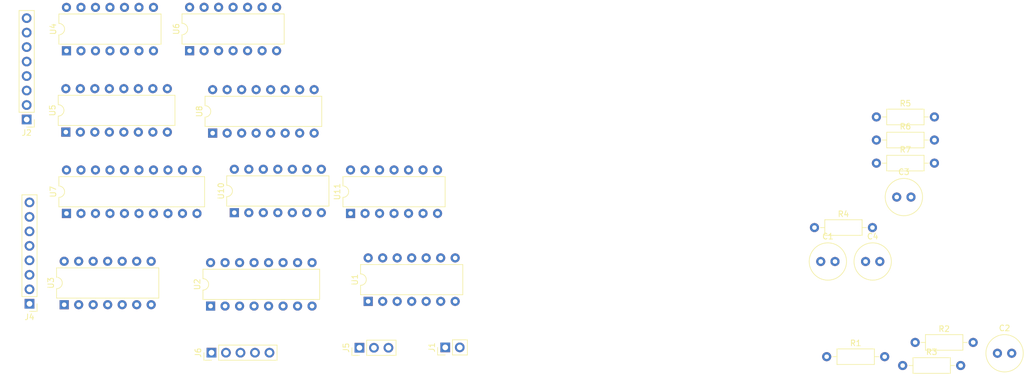
<source format=kicad_pcb>
(kicad_pcb (version 20171130) (host pcbnew "(5.1.9-0-10_14)")
  (layers (0 F.Cu signal) (1 In1.Cu signal) (2 In2.Cu signal hide) (31 B.Cu signal) (34 B.Paste user) (35 F.Paste user) (36 B.SilkS user) (37 F.SilkS user) (38 B.Mask user) (39 F.Mask user) (44 Edge.Cuts user))
  (net 0 "")
  (net 1 GND)
  (net 2 VCC)
  (net 3 /AND_OUT)
  (net 4 /Y1)
  (net 5 /Y2)
  (net 6 /Y3)
  (net 7 /Y4)
  (net 8 /Y5)
  (net 9 /Y6)
  (net 10 /Y7)
  (net 11 /Y8)
  (net 12 /OR_OUT)
  (net 13 /XOR_OUT)
  (net 14 /PASS)
  (net 15 /ALU_OUT8)
  (net 16 /ALU_OUT7)
  (net 17 /ALU_OUT6)
  (net 18 /ALU_OUT5)
  (net 19 /ALU_OUT4)
  (net 20 /ALU_OUT3)
  (net 21 /ALU_OUT2)
  (net 22 /ALU_OUT1)
  (net 23 /ZE)
  (net 24 /NEG)
  (net 25 /CARRY_OUT)
  (net 26 /ALU_EN)
  (net 27 /INVERT)
  (net 28 /F2)
  (net 29 /F1)
  (net 30 /F0)
  (net 31 "Net-(R1-Pad2)")
  (net 32 "Net-(R2-Pad2)")
  (net 33 "Net-(R3-Pad2)")
  (net 34 "Net-(R4-Pad2)")
  (net 35 "Net-(R5-Pad2)")
  (net 36 "Net-(R6-Pad2)")
  (net 37 "Net-(R7-Pad2)")
  (net 38 "Net-(U1-Pad13)")
  (net 39 "Net-(U1-Pad12)")
  (net 40 /EQ)
  (net 41 "Net-(U1-Pad11)")
  (net 42 /SUB)
  (net 43 /SUM_HIGH_BIT)
  (net 44 "Net-(U1-Pad8)")
  (net 45 "Net-(U2-Pad15)")
  (net 46 "Net-(U2-Pad14)")
  (net 47 /SHL)
  (net 48 /SHR)
  (net 49 "Net-(U3-Pad11)")
  (net 50 "Net-(U11-Pad3)")
  (net 51 /SUM_OUT)
  (net 52 "Net-(U11-Pad6)")
  (net 53 "Net-(U4-Pad12)")
  (net 54 "Net-(U4-Pad4)")
  (net 55 "Net-(U4-Pad10)")
  (net 56 "Net-(U4-Pad2)")
  (net 57 "Net-(U4-Pad8)")
  (net 58 "Net-(U5-Pad7)")
  (net 59 "Net-(U5-Pad6)")
  (net 60 "Net-(U5-Pad12)")
  (net 61 "Net-(U5-Pad4)")
  (net 62 "Net-(U5-Pad9)")
  (net 63 "Net-(U6-Pad12)")
  (net 64 "Net-(U6-Pad4)")
  (net 65 "Net-(U6-Pad10)")
  (net 66 "Net-(U6-Pad2)")
  (net 67 "Net-(U6-Pad8)")
  (net 68 "Net-(U7-Pad14)")
  (net 69 "Net-(U7-Pad13)")
  (net 70 "Net-(U7-Pad12)")
  (net 71 "Net-(U7-Pad11)")
  (net 72 "Net-(U10-Pad13)")
  (net 73 /SUM6)
  (net 74 /SUM2)
  (net 75 /SUM5)
  (net 76 /SUM1)
  (net 77 "Net-(U10-Pad4)")
  (net 78 "Net-(U10-Pad10)")
  (net 79 /SUM8)
  (net 80 /SUM4)
  (net 81 /SUM7)
  (net 82 /SUM3)
  (net 83 "Net-(U10-Pad1)")
  (module Connector_PinHeader_2.54mm:PinHeader_1x08_P2.54mm_Vertical (layer F.Cu) (at 98.44024 44.80052 180)
    (fp_text reference J2 (at 0 -2.33) (layer F.SilkS))
    (fp_text value Conn_01x08)
    (fp_line (start -1.33 19.11) (end 1.33 19.11) (layer F.SilkS) (width 0.12))
    (fp_line (start -1.33 1.27) (end -1.33 19.11) (layer F.SilkS) (width 0.12))
    (fp_line (start 1.33 1.27) (end 1.33 19.11) (layer F.SilkS) (width 0.12))
    (fp_line (start -1.33 1.27) (end 1.33 1.27) (layer F.SilkS) (width 0.12))
    (fp_line (start -1.33 0) (end -1.33 -1.33) (layer F.SilkS) (width 0.12))
    (fp_line (start -1.33 -1.33) (end 0 -1.33) (layer F.SilkS) (width 0.12))
    (pad 8 thru_hole oval (at 0 17.78 180) (size 1.7 1.7) (drill 1) (layers *.Cu *.Mask) (net 4 /Y1))
    (pad 7 thru_hole oval (at 0 15.24 180) (size 1.7 1.7) (drill 1) (layers *.Cu *.Mask) (net 5 /Y2))
    (pad 6 thru_hole oval (at 0 12.7 180) (size 1.7 1.7) (drill 1) (layers *.Cu *.Mask) (net 6 /Y3))
    (pad 5 thru_hole oval (at 0 10.16 180) (size 1.7 1.7) (drill 1) (layers *.Cu *.Mask) (net 7 /Y4))
    (pad 4 thru_hole oval (at 0 7.62 180) (size 1.7 1.7) (drill 1) (layers *.Cu *.Mask) (net 8 /Y5))
    (pad 3 thru_hole oval (at 0 5.08 180) (size 1.7 1.7) (drill 1) (layers *.Cu *.Mask) (net 9 /Y6))
    (pad 2 thru_hole oval (at 0 2.54 180) (size 1.7 1.7) (drill 1) (layers *.Cu *.Mask) (net 10 /Y7))
    (pad 1 thru_hole rect (at 0 0 180) (size 1.7 1.7) (drill 1) (layers *.Cu *.Mask) (net 11 /Y8))
  )
  (module Package_DIP:DIP-14_W7.62mm (layer F.Cu) (at 155.16352 61.26988 90)
    (fp_text reference U11 (at 3.81 -2.33 90) (layer F.SilkS))
    (fp_text value 74LS08)
    (fp_arc (start 3.81 -1.33) (end 2.81 -1.33) (angle -180) (layer F.SilkS) (width 0.12))
    (fp_line (start 2.81 -1.33) (end 1.16 -1.33) (layer F.SilkS) (width 0.12))
    (fp_line (start 1.16 -1.33) (end 1.16 16.57) (layer F.SilkS) (width 0.12))
    (fp_line (start 1.16 16.57) (end 6.46 16.57) (layer F.SilkS) (width 0.12))
    (fp_line (start 6.46 16.57) (end 6.46 -1.33) (layer F.SilkS) (width 0.12))
    (fp_line (start 6.46 -1.33) (end 4.81 -1.33) (layer F.SilkS) (width 0.12))
    (pad 14 thru_hole oval (at 7.62 0 90) (size 1.6 1.6) (drill 0.8) (layers *.Cu *.Mask) (net 2 VCC))
    (pad 7 thru_hole oval (at 0 15.24 90) (size 1.6 1.6) (drill 0.8) (layers *.Cu *.Mask) (net 1 GND))
    (pad 13 thru_hole oval (at 7.62 2.54 90) (size 1.6 1.6) (drill 0.8) (layers *.Cu *.Mask))
    (pad 6 thru_hole oval (at 0 12.7 90) (size 1.6 1.6) (drill 0.8) (layers *.Cu *.Mask) (net 52 "Net-(U11-Pad6)"))
    (pad 12 thru_hole oval (at 7.62 5.08 90) (size 1.6 1.6) (drill 0.8) (layers *.Cu *.Mask))
    (pad 5 thru_hole oval (at 0 10.16 90) (size 1.6 1.6) (drill 0.8) (layers *.Cu *.Mask) (net 78 "Net-(U10-Pad10)"))
    (pad 11 thru_hole oval (at 7.62 7.62 90) (size 1.6 1.6) (drill 0.8) (layers *.Cu *.Mask))
    (pad 4 thru_hole oval (at 0 7.62 90) (size 1.6 1.6) (drill 0.8) (layers *.Cu *.Mask) (net 72 "Net-(U10-Pad13)"))
    (pad 10 thru_hole oval (at 7.62 10.16 90) (size 1.6 1.6) (drill 0.8) (layers *.Cu *.Mask))
    (pad 3 thru_hole oval (at 0 5.08 90) (size 1.6 1.6) (drill 0.8) (layers *.Cu *.Mask) (net 50 "Net-(U11-Pad3)"))
    (pad 9 thru_hole oval (at 7.62 12.7 90) (size 1.6 1.6) (drill 0.8) (layers *.Cu *.Mask))
    (pad 2 thru_hole oval (at 0 2.54 90) (size 1.6 1.6) (drill 0.8) (layers *.Cu *.Mask) (net 83 "Net-(U10-Pad1)"))
    (pad 8 thru_hole oval (at 7.62 15.24 90) (size 1.6 1.6) (drill 0.8) (layers *.Cu *.Mask))
    (pad 1 thru_hole rect (at 0 0 90) (size 1.6 1.6) (drill 0.8) (layers *.Cu *.Mask) (net 77 "Net-(U10-Pad4)"))
  )
  (module Package_DIP:DIP-14_W7.62mm (layer F.Cu) (at 134.80796 61.14288 90)
    (fp_text reference U10 (at 3.81 -2.33 90) (layer F.SilkS))
    (fp_text value 74LS02)
    (fp_arc (start 3.81 -1.33) (end 2.81 -1.33) (angle -180) (layer F.SilkS) (width 0.12))
    (fp_line (start 2.81 -1.33) (end 1.16 -1.33) (layer F.SilkS) (width 0.12))
    (fp_line (start 1.16 -1.33) (end 1.16 16.57) (layer F.SilkS) (width 0.12))
    (fp_line (start 1.16 16.57) (end 6.46 16.57) (layer F.SilkS) (width 0.12))
    (fp_line (start 6.46 16.57) (end 6.46 -1.33) (layer F.SilkS) (width 0.12))
    (fp_line (start 6.46 -1.33) (end 4.81 -1.33) (layer F.SilkS) (width 0.12))
    (pad 14 thru_hole oval (at 7.62 0 90) (size 1.6 1.6) (drill 0.8) (layers *.Cu *.Mask) (net 2 VCC))
    (pad 7 thru_hole oval (at 0 15.24 90) (size 1.6 1.6) (drill 0.8) (layers *.Cu *.Mask) (net 1 GND))
    (pad 13 thru_hole oval (at 7.62 2.54 90) (size 1.6 1.6) (drill 0.8) (layers *.Cu *.Mask) (net 72 "Net-(U10-Pad13)"))
    (pad 6 thru_hole oval (at 0 12.7 90) (size 1.6 1.6) (drill 0.8) (layers *.Cu *.Mask) (net 73 /SUM6))
    (pad 12 thru_hole oval (at 7.62 5.08 90) (size 1.6 1.6) (drill 0.8) (layers *.Cu *.Mask) (net 74 /SUM2))
    (pad 5 thru_hole oval (at 0 10.16 90) (size 1.6 1.6) (drill 0.8) (layers *.Cu *.Mask) (net 75 /SUM5))
    (pad 11 thru_hole oval (at 7.62 7.62 90) (size 1.6 1.6) (drill 0.8) (layers *.Cu *.Mask) (net 76 /SUM1))
    (pad 4 thru_hole oval (at 0 7.62 90) (size 1.6 1.6) (drill 0.8) (layers *.Cu *.Mask) (net 77 "Net-(U10-Pad4)"))
    (pad 10 thru_hole oval (at 7.62 10.16 90) (size 1.6 1.6) (drill 0.8) (layers *.Cu *.Mask) (net 78 "Net-(U10-Pad10)"))
    (pad 3 thru_hole oval (at 0 5.08 90) (size 1.6 1.6) (drill 0.8) (layers *.Cu *.Mask) (net 79 /SUM8))
    (pad 9 thru_hole oval (at 7.62 12.7 90) (size 1.6 1.6) (drill 0.8) (layers *.Cu *.Mask) (net 80 /SUM4))
    (pad 2 thru_hole oval (at 0 2.54 90) (size 1.6 1.6) (drill 0.8) (layers *.Cu *.Mask) (net 81 /SUM7))
    (pad 8 thru_hole oval (at 7.62 15.24 90) (size 1.6 1.6) (drill 0.8) (layers *.Cu *.Mask) (net 82 /SUM3))
    (pad 1 thru_hole rect (at 0 0 90) (size 1.6 1.6) (drill 0.8) (layers *.Cu *.Mask) (net 83 "Net-(U10-Pad1)"))
  )
  (module Package_DIP:DIP-16_W7.62mm (layer F.Cu) (at 131.0116 47.1848 90)
    (fp_text reference U8 (at 3.81 -2.33 90) (layer F.SilkS))
    (fp_text value 74LS157)
    (fp_arc (start 3.81 -1.33) (end 2.81 -1.33) (angle -180) (layer F.SilkS) (width 0.12))
    (fp_line (start 2.81 -1.33) (end 1.16 -1.33) (layer F.SilkS) (width 0.12))
    (fp_line (start 1.16 -1.33) (end 1.16 19.11) (layer F.SilkS) (width 0.12))
    (fp_line (start 1.16 19.11) (end 6.46 19.11) (layer F.SilkS) (width 0.12))
    (fp_line (start 6.46 19.11) (end 6.46 -1.33) (layer F.SilkS) (width 0.12))
    (fp_line (start 6.46 -1.33) (end 4.81 -1.33) (layer F.SilkS) (width 0.12))
    (pad 16 thru_hole oval (at 7.62 0 90) (size 1.6 1.6) (drill 0.8) (layers *.Cu *.Mask) (net 2 VCC))
    (pad 8 thru_hole oval (at 0 17.78 90) (size 1.6 1.6) (drill 0.8) (layers *.Cu *.Mask) (net 1 GND))
    (pad 15 thru_hole oval (at 7.62 2.54 90) (size 1.6 1.6) (drill 0.8) (layers *.Cu *.Mask) (net 1 GND))
    (pad 7 thru_hole oval (at 0 15.24 90) (size 1.6 1.6) (drill 0.8) (layers *.Cu *.Mask) (net 70 "Net-(U7-Pad12)"))
    (pad 14 thru_hole oval (at 7.62 5.08 90) (size 1.6 1.6) (drill 0.8) (layers *.Cu *.Mask) (net 55 "Net-(U4-Pad10)"))
    (pad 6 thru_hole oval (at 0 12.7 90) (size 1.6 1.6) (drill 0.8) (layers *.Cu *.Mask) (net 5 /Y2))
    (pad 13 thru_hole oval (at 7.62 7.62 90) (size 1.6 1.6) (drill 0.8) (layers *.Cu *.Mask) (net 7 /Y4))
    (pad 5 thru_hole oval (at 0 10.16 90) (size 1.6 1.6) (drill 0.8) (layers *.Cu *.Mask) (net 66 "Net-(U6-Pad2)"))
    (pad 12 thru_hole oval (at 7.62 10.16 90) (size 1.6 1.6) (drill 0.8) (layers *.Cu *.Mask) (net 68 "Net-(U7-Pad14)"))
    (pad 4 thru_hole oval (at 0 7.62 90) (size 1.6 1.6) (drill 0.8) (layers *.Cu *.Mask) (net 71 "Net-(U7-Pad11)"))
    (pad 11 thru_hole oval (at 7.62 12.7 90) (size 1.6 1.6) (drill 0.8) (layers *.Cu *.Mask) (net 53 "Net-(U4-Pad12)"))
    (pad 3 thru_hole oval (at 0 5.08 90) (size 1.6 1.6) (drill 0.8) (layers *.Cu *.Mask) (net 4 /Y1))
    (pad 10 thru_hole oval (at 7.62 15.24 90) (size 1.6 1.6) (drill 0.8) (layers *.Cu *.Mask) (net 6 /Y3))
    (pad 2 thru_hole oval (at 0 2.54 90) (size 1.6 1.6) (drill 0.8) (layers *.Cu *.Mask) (net 64 "Net-(U6-Pad4)"))
    (pad 9 thru_hole oval (at 7.62 17.78 90) (size 1.6 1.6) (drill 0.8) (layers *.Cu *.Mask) (net 69 "Net-(U7-Pad13)"))
    (pad 1 thru_hole rect (at 0 0 90) (size 1.6 1.6) (drill 0.8) (layers *.Cu *.Mask) (net 27 /INVERT))
  )
  (module Package_DIP:DIP-20_W7.62mm (layer F.Cu) (at 105.41 61.27496 90)
    (fp_text reference U7 (at 3.81 -2.33 90) (layer F.SilkS))
    (fp_text value 74LS245)
    (fp_arc (start 3.81 -1.33) (end 2.81 -1.33) (angle -180) (layer F.SilkS) (width 0.12))
    (fp_line (start 2.81 -1.33) (end 1.16 -1.33) (layer F.SilkS) (width 0.12))
    (fp_line (start 1.16 -1.33) (end 1.16 24.19) (layer F.SilkS) (width 0.12))
    (fp_line (start 1.16 24.19) (end 6.46 24.19) (layer F.SilkS) (width 0.12))
    (fp_line (start 6.46 24.19) (end 6.46 -1.33) (layer F.SilkS) (width 0.12))
    (fp_line (start 6.46 -1.33) (end 4.81 -1.33) (layer F.SilkS) (width 0.12))
    (pad 20 thru_hole oval (at 7.62 0 90) (size 1.6 1.6) (drill 0.8) (layers *.Cu *.Mask) (net 2 VCC))
    (pad 10 thru_hole oval (at 0 22.86 90) (size 1.6 1.6) (drill 0.8) (layers *.Cu *.Mask) (net 1 GND))
    (pad 19 thru_hole oval (at 7.62 2.54 90) (size 1.6 1.6) (drill 0.8) (layers *.Cu *.Mask) (net 26 /ALU_EN))
    (pad 9 thru_hole oval (at 0 20.32 90) (size 1.6 1.6) (drill 0.8) (layers *.Cu *.Mask) (net 22 /ALU_OUT1))
    (pad 18 thru_hole oval (at 7.62 5.08 90) (size 1.6 1.6) (drill 0.8) (layers *.Cu *.Mask) (net 60 "Net-(U5-Pad12)"))
    (pad 8 thru_hole oval (at 0 17.78 90) (size 1.6 1.6) (drill 0.8) (layers *.Cu *.Mask) (net 21 /ALU_OUT2))
    (pad 17 thru_hole oval (at 7.62 7.62 90) (size 1.6 1.6) (drill 0.8) (layers *.Cu *.Mask) (net 62 "Net-(U5-Pad9)"))
    (pad 7 thru_hole oval (at 0 15.24 90) (size 1.6 1.6) (drill 0.8) (layers *.Cu *.Mask) (net 20 /ALU_OUT3))
    (pad 16 thru_hole oval (at 7.62 10.16 90) (size 1.6 1.6) (drill 0.8) (layers *.Cu *.Mask) (net 58 "Net-(U5-Pad7)"))
    (pad 6 thru_hole oval (at 0 12.7 90) (size 1.6 1.6) (drill 0.8) (layers *.Cu *.Mask) (net 19 /ALU_OUT4))
    (pad 15 thru_hole oval (at 7.62 12.7 90) (size 1.6 1.6) (drill 0.8) (layers *.Cu *.Mask) (net 61 "Net-(U5-Pad4)"))
    (pad 5 thru_hole oval (at 0 10.16 90) (size 1.6 1.6) (drill 0.8) (layers *.Cu *.Mask) (net 18 /ALU_OUT5))
    (pad 14 thru_hole oval (at 7.62 15.24 90) (size 1.6 1.6) (drill 0.8) (layers *.Cu *.Mask) (net 68 "Net-(U7-Pad14)"))
    (pad 4 thru_hole oval (at 0 7.62 90) (size 1.6 1.6) (drill 0.8) (layers *.Cu *.Mask) (net 17 /ALU_OUT6))
    (pad 13 thru_hole oval (at 7.62 17.78 90) (size 1.6 1.6) (drill 0.8) (layers *.Cu *.Mask) (net 69 "Net-(U7-Pad13)"))
    (pad 3 thru_hole oval (at 0 5.08 90) (size 1.6 1.6) (drill 0.8) (layers *.Cu *.Mask) (net 16 /ALU_OUT7))
    (pad 12 thru_hole oval (at 7.62 20.32 90) (size 1.6 1.6) (drill 0.8) (layers *.Cu *.Mask) (net 70 "Net-(U7-Pad12)"))
    (pad 2 thru_hole oval (at 0 2.54 90) (size 1.6 1.6) (drill 0.8) (layers *.Cu *.Mask) (net 15 /ALU_OUT8))
    (pad 11 thru_hole oval (at 7.62 22.86 90) (size 1.6 1.6) (drill 0.8) (layers *.Cu *.Mask) (net 71 "Net-(U7-Pad11)"))
    (pad 1 thru_hole rect (at 0 0 90) (size 1.6 1.6) (drill 0.8) (layers *.Cu *.Mask) (net 1 GND))
  )
  (module Package_DIP:DIP-14_W7.62mm (layer F.Cu) (at 126.9746 32.7406 90)
    (fp_text reference U6 (at 3.81 -2.33 90) (layer F.SilkS))
    (fp_text value 74LS04)
    (fp_arc (start 3.81 -1.33) (end 2.81 -1.33) (angle -180) (layer F.SilkS) (width 0.12))
    (fp_line (start 2.81 -1.33) (end 1.16 -1.33) (layer F.SilkS) (width 0.12))
    (fp_line (start 1.16 -1.33) (end 1.16 16.57) (layer F.SilkS) (width 0.12))
    (fp_line (start 1.16 16.57) (end 6.46 16.57) (layer F.SilkS) (width 0.12))
    (fp_line (start 6.46 16.57) (end 6.46 -1.33) (layer F.SilkS) (width 0.12))
    (fp_line (start 6.46 -1.33) (end 4.81 -1.33) (layer F.SilkS) (width 0.12))
    (pad 14 thru_hole oval (at 7.62 0 90) (size 1.6 1.6) (drill 0.8) (layers *.Cu *.Mask) (net 2 VCC))
    (pad 7 thru_hole oval (at 0 15.24 90) (size 1.6 1.6) (drill 0.8) (layers *.Cu *.Mask) (net 1 GND))
    (pad 13 thru_hole oval (at 7.62 2.54 90) (size 1.6 1.6) (drill 0.8) (layers *.Cu *.Mask) (net 35 "Net-(R5-Pad2)"))
    (pad 6 thru_hole oval (at 0 12.7 90) (size 1.6 1.6) (drill 0.8) (layers *.Cu *.Mask) (net 59 "Net-(U5-Pad6)"))
    (pad 12 thru_hole oval (at 7.62 5.08 90) (size 1.6 1.6) (drill 0.8) (layers *.Cu *.Mask) (net 63 "Net-(U6-Pad12)"))
    (pad 5 thru_hole oval (at 0 10.16 90) (size 1.6 1.6) (drill 0.8) (layers *.Cu *.Mask) (net 9 /Y6))
    (pad 11 thru_hole oval (at 7.62 7.62 90) (size 1.6 1.6) (drill 0.8) (layers *.Cu *.Mask) (net 34 "Net-(R4-Pad2)"))
    (pad 4 thru_hole oval (at 0 7.62 90) (size 1.6 1.6) (drill 0.8) (layers *.Cu *.Mask) (net 64 "Net-(U6-Pad4)"))
    (pad 10 thru_hole oval (at 7.62 10.16 90) (size 1.6 1.6) (drill 0.8) (layers *.Cu *.Mask) (net 65 "Net-(U6-Pad10)"))
    (pad 3 thru_hole oval (at 0 5.08 90) (size 1.6 1.6) (drill 0.8) (layers *.Cu *.Mask) (net 4 /Y1))
    (pad 9 thru_hole oval (at 7.62 12.7 90) (size 1.6 1.6) (drill 0.8) (layers *.Cu *.Mask) (net 33 "Net-(R3-Pad2)"))
    (pad 2 thru_hole oval (at 0 2.54 90) (size 1.6 1.6) (drill 0.8) (layers *.Cu *.Mask) (net 66 "Net-(U6-Pad2)"))
    (pad 8 thru_hole oval (at 7.62 15.24 90) (size 1.6 1.6) (drill 0.8) (layers *.Cu *.Mask) (net 67 "Net-(U6-Pad8)"))
    (pad 1 thru_hole rect (at 0 0 90) (size 1.6 1.6) (drill 0.8) (layers *.Cu *.Mask) (net 5 /Y2))
  )
  (module Package_DIP:DIP-16_W7.62mm (layer F.Cu) (at 105.29824 47.01032 90)
    (fp_text reference U5 (at 3.81 -2.33 90) (layer F.SilkS))
    (fp_text value 74LS157)
    (fp_arc (start 3.81 -1.33) (end 2.81 -1.33) (angle -180) (layer F.SilkS) (width 0.12))
    (fp_line (start 2.81 -1.33) (end 1.16 -1.33) (layer F.SilkS) (width 0.12))
    (fp_line (start 1.16 -1.33) (end 1.16 19.11) (layer F.SilkS) (width 0.12))
    (fp_line (start 1.16 19.11) (end 6.46 19.11) (layer F.SilkS) (width 0.12))
    (fp_line (start 6.46 19.11) (end 6.46 -1.33) (layer F.SilkS) (width 0.12))
    (fp_line (start 6.46 -1.33) (end 4.81 -1.33) (layer F.SilkS) (width 0.12))
    (pad 16 thru_hole oval (at 7.62 0 90) (size 1.6 1.6) (drill 0.8) (layers *.Cu *.Mask) (net 2 VCC))
    (pad 8 thru_hole oval (at 0 17.78 90) (size 1.6 1.6) (drill 0.8) (layers *.Cu *.Mask) (net 1 GND))
    (pad 15 thru_hole oval (at 7.62 2.54 90) (size 1.6 1.6) (drill 0.8) (layers *.Cu *.Mask) (net 1 GND))
    (pad 7 thru_hole oval (at 0 15.24 90) (size 1.6 1.6) (drill 0.8) (layers *.Cu *.Mask) (net 58 "Net-(U5-Pad7)"))
    (pad 14 thru_hole oval (at 7.62 5.08 90) (size 1.6 1.6) (drill 0.8) (layers *.Cu *.Mask) (net 11 /Y8))
    (pad 6 thru_hole oval (at 0 12.7 90) (size 1.6 1.6) (drill 0.8) (layers *.Cu *.Mask) (net 59 "Net-(U5-Pad6)"))
    (pad 13 thru_hole oval (at 7.62 7.62 90) (size 1.6 1.6) (drill 0.8) (layers *.Cu *.Mask) (net 56 "Net-(U4-Pad2)"))
    (pad 5 thru_hole oval (at 0 10.16 90) (size 1.6 1.6) (drill 0.8) (layers *.Cu *.Mask) (net 9 /Y6))
    (pad 12 thru_hole oval (at 7.62 10.16 90) (size 1.6 1.6) (drill 0.8) (layers *.Cu *.Mask) (net 60 "Net-(U5-Pad12)"))
    (pad 4 thru_hole oval (at 0 7.62 90) (size 1.6 1.6) (drill 0.8) (layers *.Cu *.Mask) (net 61 "Net-(U5-Pad4)"))
    (pad 11 thru_hole oval (at 7.62 12.7 90) (size 1.6 1.6) (drill 0.8) (layers *.Cu *.Mask) (net 10 /Y7))
    (pad 3 thru_hole oval (at 0 5.08 90) (size 1.6 1.6) (drill 0.8) (layers *.Cu *.Mask) (net 57 "Net-(U4-Pad8)"))
    (pad 10 thru_hole oval (at 7.62 15.24 90) (size 1.6 1.6) (drill 0.8) (layers *.Cu *.Mask) (net 54 "Net-(U4-Pad4)"))
    (pad 2 thru_hole oval (at 0 2.54 90) (size 1.6 1.6) (drill 0.8) (layers *.Cu *.Mask) (net 8 /Y5))
    (pad 9 thru_hole oval (at 7.62 17.78 90) (size 1.6 1.6) (drill 0.8) (layers *.Cu *.Mask) (net 62 "Net-(U5-Pad9)"))
    (pad 1 thru_hole rect (at 0 0 90) (size 1.6 1.6) (drill 0.8) (layers *.Cu *.Mask) (net 27 /INVERT))
  )
  (module Package_DIP:DIP-14_W7.62mm (layer F.Cu) (at 105.41 32.75584 90)
    (fp_text reference U4 (at 3.81 -2.33 90) (layer F.SilkS))
    (fp_text value 74LS04)
    (fp_arc (start 3.81 -1.33) (end 2.81 -1.33) (angle -180) (layer F.SilkS) (width 0.12))
    (fp_line (start 2.81 -1.33) (end 1.16 -1.33) (layer F.SilkS) (width 0.12))
    (fp_line (start 1.16 -1.33) (end 1.16 16.57) (layer F.SilkS) (width 0.12))
    (fp_line (start 1.16 16.57) (end 6.46 16.57) (layer F.SilkS) (width 0.12))
    (fp_line (start 6.46 16.57) (end 6.46 -1.33) (layer F.SilkS) (width 0.12))
    (fp_line (start 6.46 -1.33) (end 4.81 -1.33) (layer F.SilkS) (width 0.12))
    (pad 14 thru_hole oval (at 7.62 0 90) (size 1.6 1.6) (drill 0.8) (layers *.Cu *.Mask) (net 2 VCC))
    (pad 7 thru_hole oval (at 0 15.24 90) (size 1.6 1.6) (drill 0.8) (layers *.Cu *.Mask) (net 1 GND))
    (pad 13 thru_hole oval (at 7.62 2.54 90) (size 1.6 1.6) (drill 0.8) (layers *.Cu *.Mask) (net 6 /Y3))
    (pad 6 thru_hole oval (at 0 12.7 90) (size 1.6 1.6) (drill 0.8) (layers *.Cu *.Mask) (net 42 /SUB))
    (pad 12 thru_hole oval (at 7.62 5.08 90) (size 1.6 1.6) (drill 0.8) (layers *.Cu *.Mask) (net 53 "Net-(U4-Pad12)"))
    (pad 5 thru_hole oval (at 0 10.16 90) (size 1.6 1.6) (drill 0.8) (layers *.Cu *.Mask) (net 46 "Net-(U2-Pad14)"))
    (pad 11 thru_hole oval (at 7.62 7.62 90) (size 1.6 1.6) (drill 0.8) (layers *.Cu *.Mask) (net 7 /Y4))
    (pad 4 thru_hole oval (at 0 7.62 90) (size 1.6 1.6) (drill 0.8) (layers *.Cu *.Mask) (net 54 "Net-(U4-Pad4)"))
    (pad 10 thru_hole oval (at 7.62 10.16 90) (size 1.6 1.6) (drill 0.8) (layers *.Cu *.Mask) (net 55 "Net-(U4-Pad10)"))
    (pad 3 thru_hole oval (at 0 5.08 90) (size 1.6 1.6) (drill 0.8) (layers *.Cu *.Mask) (net 10 /Y7))
    (pad 9 thru_hole oval (at 7.62 12.7 90) (size 1.6 1.6) (drill 0.8) (layers *.Cu *.Mask) (net 8 /Y5))
    (pad 2 thru_hole oval (at 0 2.54 90) (size 1.6 1.6) (drill 0.8) (layers *.Cu *.Mask) (net 56 "Net-(U4-Pad2)"))
    (pad 8 thru_hole oval (at 7.62 15.24 90) (size 1.6 1.6) (drill 0.8) (layers *.Cu *.Mask) (net 57 "Net-(U4-Pad8)"))
    (pad 1 thru_hole rect (at 0 0 90) (size 1.6 1.6) (drill 0.8) (layers *.Cu *.Mask) (net 11 /Y8))
  )
  (module Package_DIP:DIP-14_W7.62mm (layer F.Cu) (at 105.00868 77.28204 90)
    (fp_text reference U3 (at 3.81 -2.33 90) (layer F.SilkS))
    (fp_text value 74LS08)
    (fp_arc (start 3.81 -1.33) (end 2.81 -1.33) (angle -180) (layer F.SilkS) (width 0.12))
    (fp_line (start 2.81 -1.33) (end 1.16 -1.33) (layer F.SilkS) (width 0.12))
    (fp_line (start 1.16 -1.33) (end 1.16 16.57) (layer F.SilkS) (width 0.12))
    (fp_line (start 1.16 16.57) (end 6.46 16.57) (layer F.SilkS) (width 0.12))
    (fp_line (start 6.46 16.57) (end 6.46 -1.33) (layer F.SilkS) (width 0.12))
    (fp_line (start 6.46 -1.33) (end 4.81 -1.33) (layer F.SilkS) (width 0.12))
    (pad 14 thru_hole oval (at 7.62 0 90) (size 1.6 1.6) (drill 0.8) (layers *.Cu *.Mask) (net 2 VCC))
    (pad 7 thru_hole oval (at 0 15.24 90) (size 1.6 1.6) (drill 0.8) (layers *.Cu *.Mask) (net 1 GND))
    (pad 13 thru_hole oval (at 7.62 2.54 90) (size 1.6 1.6) (drill 0.8) (layers *.Cu *.Mask) (net 36 "Net-(R6-Pad2)"))
    (pad 6 thru_hole oval (at 0 12.7 90) (size 1.6 1.6) (drill 0.8) (layers *.Cu *.Mask))
    (pad 12 thru_hole oval (at 7.62 5.08 90) (size 1.6 1.6) (drill 0.8) (layers *.Cu *.Mask) (net 37 "Net-(R7-Pad2)"))
    (pad 5 thru_hole oval (at 0 10.16 90) (size 1.6 1.6) (drill 0.8) (layers *.Cu *.Mask))
    (pad 11 thru_hole oval (at 7.62 7.62 90) (size 1.6 1.6) (drill 0.8) (layers *.Cu *.Mask) (net 49 "Net-(U3-Pad11)"))
    (pad 4 thru_hole oval (at 0 7.62 90) (size 1.6 1.6) (drill 0.8) (layers *.Cu *.Mask))
    (pad 10 thru_hole oval (at 7.62 10.16 90) (size 1.6 1.6) (drill 0.8) (layers *.Cu *.Mask) (net 50 "Net-(U11-Pad3)"))
    (pad 3 thru_hole oval (at 0 5.08 90) (size 1.6 1.6) (drill 0.8) (layers *.Cu *.Mask) (net 51 /SUM_OUT))
    (pad 9 thru_hole oval (at 7.62 12.7 90) (size 1.6 1.6) (drill 0.8) (layers *.Cu *.Mask) (net 52 "Net-(U11-Pad6)"))
    (pad 2 thru_hole oval (at 0 2.54 90) (size 1.6 1.6) (drill 0.8) (layers *.Cu *.Mask) (net 45 "Net-(U2-Pad15)"))
    (pad 8 thru_hole oval (at 7.62 15.24 90) (size 1.6 1.6) (drill 0.8) (layers *.Cu *.Mask) (net 40 /EQ))
    (pad 1 thru_hole rect (at 0 0 90) (size 1.6 1.6) (drill 0.8) (layers *.Cu *.Mask) (net 46 "Net-(U2-Pad14)"))
  )
  (module Package_DIP:DIP-16_W7.62mm (layer F.Cu) (at 130.64744 77.5208 90)
    (fp_text reference U2 (at 3.81 -2.33 90) (layer F.SilkS))
    (fp_text value 74LS138)
    (fp_arc (start 3.81 -1.33) (end 2.81 -1.33) (angle -180) (layer F.SilkS) (width 0.12))
    (fp_line (start 2.81 -1.33) (end 1.16 -1.33) (layer F.SilkS) (width 0.12))
    (fp_line (start 1.16 -1.33) (end 1.16 19.11) (layer F.SilkS) (width 0.12))
    (fp_line (start 1.16 19.11) (end 6.46 19.11) (layer F.SilkS) (width 0.12))
    (fp_line (start 6.46 19.11) (end 6.46 -1.33) (layer F.SilkS) (width 0.12))
    (fp_line (start 6.46 -1.33) (end 4.81 -1.33) (layer F.SilkS) (width 0.12))
    (pad 16 thru_hole oval (at 7.62 0 90) (size 1.6 1.6) (drill 0.8) (layers *.Cu *.Mask) (net 2 VCC))
    (pad 8 thru_hole oval (at 0 17.78 90) (size 1.6 1.6) (drill 0.8) (layers *.Cu *.Mask) (net 1 GND))
    (pad 15 thru_hole oval (at 7.62 2.54 90) (size 1.6 1.6) (drill 0.8) (layers *.Cu *.Mask) (net 45 "Net-(U2-Pad15)"))
    (pad 7 thru_hole oval (at 0 15.24 90) (size 1.6 1.6) (drill 0.8) (layers *.Cu *.Mask) (net 14 /PASS))
    (pad 14 thru_hole oval (at 7.62 5.08 90) (size 1.6 1.6) (drill 0.8) (layers *.Cu *.Mask) (net 46 "Net-(U2-Pad14)"))
    (pad 6 thru_hole oval (at 0 12.7 90) (size 1.6 1.6) (drill 0.8) (layers *.Cu *.Mask) (net 2 VCC))
    (pad 13 thru_hole oval (at 7.62 7.62 90) (size 1.6 1.6) (drill 0.8) (layers *.Cu *.Mask) (net 3 /AND_OUT))
    (pad 5 thru_hole oval (at 0 10.16 90) (size 1.6 1.6) (drill 0.8) (layers *.Cu *.Mask) (net 1 GND))
    (pad 12 thru_hole oval (at 7.62 10.16 90) (size 1.6 1.6) (drill 0.8) (layers *.Cu *.Mask) (net 12 /OR_OUT))
    (pad 4 thru_hole oval (at 0 7.62 90) (size 1.6 1.6) (drill 0.8) (layers *.Cu *.Mask) (net 1 GND))
    (pad 11 thru_hole oval (at 7.62 12.7 90) (size 1.6 1.6) (drill 0.8) (layers *.Cu *.Mask) (net 13 /XOR_OUT))
    (pad 3 thru_hole oval (at 0 5.08 90) (size 1.6 1.6) (drill 0.8) (layers *.Cu *.Mask) (net 28 /F2))
    (pad 10 thru_hole oval (at 7.62 15.24 90) (size 1.6 1.6) (drill 0.8) (layers *.Cu *.Mask) (net 47 /SHL))
    (pad 2 thru_hole oval (at 0 2.54 90) (size 1.6 1.6) (drill 0.8) (layers *.Cu *.Mask) (net 29 /F1))
    (pad 9 thru_hole oval (at 7.62 17.78 90) (size 1.6 1.6) (drill 0.8) (layers *.Cu *.Mask) (net 48 /SHR))
    (pad 1 thru_hole rect (at 0 0 90) (size 1.6 1.6) (drill 0.8) (layers *.Cu *.Mask) (net 30 /F0))
  )
  (module Package_DIP:DIP-14_W7.62mm (layer F.Cu) (at 158.25216 76.69276 90)
    (fp_text reference U1 (at 3.81 -2.33 90) (layer F.SilkS))
    (fp_text value 74LS08)
    (fp_arc (start 3.81 -1.33) (end 2.81 -1.33) (angle -180) (layer F.SilkS) (width 0.12))
    (fp_line (start 2.81 -1.33) (end 1.16 -1.33) (layer F.SilkS) (width 0.12))
    (fp_line (start 1.16 -1.33) (end 1.16 16.57) (layer F.SilkS) (width 0.12))
    (fp_line (start 1.16 16.57) (end 6.46 16.57) (layer F.SilkS) (width 0.12))
    (fp_line (start 6.46 16.57) (end 6.46 -1.33) (layer F.SilkS) (width 0.12))
    (fp_line (start 6.46 -1.33) (end 4.81 -1.33) (layer F.SilkS) (width 0.12))
    (pad 14 thru_hole oval (at 7.62 0 90) (size 1.6 1.6) (drill 0.8) (layers *.Cu *.Mask) (net 2 VCC))
    (pad 7 thru_hole oval (at 0 15.24 90) (size 1.6 1.6) (drill 0.8) (layers *.Cu *.Mask) (net 1 GND))
    (pad 13 thru_hole oval (at 7.62 2.54 90) (size 1.6 1.6) (drill 0.8) (layers *.Cu *.Mask) (net 38 "Net-(U1-Pad13)"))
    (pad 6 thru_hole oval (at 0 12.7 90) (size 1.6 1.6) (drill 0.8) (layers *.Cu *.Mask) (net 23 /ZE))
    (pad 12 thru_hole oval (at 7.62 5.08 90) (size 1.6 1.6) (drill 0.8) (layers *.Cu *.Mask) (net 39 "Net-(U1-Pad12)"))
    (pad 5 thru_hole oval (at 0 10.16 90) (size 1.6 1.6) (drill 0.8) (layers *.Cu *.Mask) (net 40 /EQ))
    (pad 11 thru_hole oval (at 7.62 7.62 90) (size 1.6 1.6) (drill 0.8) (layers *.Cu *.Mask) (net 41 "Net-(U1-Pad11)"))
    (pad 4 thru_hole oval (at 0 7.62 90) (size 1.6 1.6) (drill 0.8) (layers *.Cu *.Mask) (net 42 /SUB))
    (pad 10 thru_hole oval (at 7.62 10.16 90) (size 1.6 1.6) (drill 0.8) (layers *.Cu *.Mask) (net 31 "Net-(R1-Pad2)"))
    (pad 3 thru_hole oval (at 0 5.08 90) (size 1.6 1.6) (drill 0.8) (layers *.Cu *.Mask) (net 24 /NEG))
    (pad 9 thru_hole oval (at 7.62 12.7 90) (size 1.6 1.6) (drill 0.8) (layers *.Cu *.Mask) (net 32 "Net-(R2-Pad2)"))
    (pad 2 thru_hole oval (at 0 2.54 90) (size 1.6 1.6) (drill 0.8) (layers *.Cu *.Mask) (net 43 /SUM_HIGH_BIT))
    (pad 8 thru_hole oval (at 7.62 15.24 90) (size 1.6 1.6) (drill 0.8) (layers *.Cu *.Mask) (net 44 "Net-(U1-Pad8)"))
    (pad 1 thru_hole rect (at 0 0 90) (size 1.6 1.6) (drill 0.8) (layers *.Cu *.Mask) (net 42 /SUB))
  )
  (module Resistor_THT:R_Axial_DIN0207_L6.3mm_D2.5mm_P10.16mm_Horizontal (layer F.Cu) (at 247.2654 52.45268)
    (fp_text reference R7 (at 5.08 -2.37) (layer F.SilkS))
    (fp_text value R_US)
    (fp_line (start 1.81 -1.37) (end 1.81 1.37) (layer F.SilkS) (width 0.12))
    (fp_line (start 1.81 1.37) (end 8.35 1.37) (layer F.SilkS) (width 0.12))
    (fp_line (start 8.35 1.37) (end 8.35 -1.37) (layer F.SilkS) (width 0.12))
    (fp_line (start 8.35 -1.37) (end 1.81 -1.37) (layer F.SilkS) (width 0.12))
    (fp_line (start 1.04 0) (end 1.81 0) (layer F.SilkS) (width 0.12))
    (fp_line (start 9.12 0) (end 8.35 0) (layer F.SilkS) (width 0.12))
    (pad 2 thru_hole oval (at 10.16 0) (size 1.6 1.6) (drill 0.8) (layers *.Cu *.Mask) (net 37 "Net-(R7-Pad2)"))
    (pad 1 thru_hole circle (at 0 0) (size 1.6 1.6) (drill 0.8) (layers *.Cu *.Mask) (net 1 GND))
  )
  (module Resistor_THT:R_Axial_DIN0207_L6.3mm_D2.5mm_P10.16mm_Horizontal (layer F.Cu) (at 247.2654 48.40268)
    (fp_text reference R6 (at 5.08 -2.37) (layer F.SilkS))
    (fp_text value R_US)
    (fp_line (start 1.81 -1.37) (end 1.81 1.37) (layer F.SilkS) (width 0.12))
    (fp_line (start 1.81 1.37) (end 8.35 1.37) (layer F.SilkS) (width 0.12))
    (fp_line (start 8.35 1.37) (end 8.35 -1.37) (layer F.SilkS) (width 0.12))
    (fp_line (start 8.35 -1.37) (end 1.81 -1.37) (layer F.SilkS) (width 0.12))
    (fp_line (start 1.04 0) (end 1.81 0) (layer F.SilkS) (width 0.12))
    (fp_line (start 9.12 0) (end 8.35 0) (layer F.SilkS) (width 0.12))
    (pad 2 thru_hole oval (at 10.16 0) (size 1.6 1.6) (drill 0.8) (layers *.Cu *.Mask) (net 36 "Net-(R6-Pad2)"))
    (pad 1 thru_hole circle (at 0 0) (size 1.6 1.6) (drill 0.8) (layers *.Cu *.Mask) (net 1 GND))
  )
  (module Resistor_THT:R_Axial_DIN0207_L6.3mm_D2.5mm_P10.16mm_Horizontal (layer F.Cu) (at 247.2654 44.35268)
    (fp_text reference R5 (at 5.08 -2.37) (layer F.SilkS))
    (fp_text value R_US)
    (fp_line (start 1.81 -1.37) (end 1.81 1.37) (layer F.SilkS) (width 0.12))
    (fp_line (start 1.81 1.37) (end 8.35 1.37) (layer F.SilkS) (width 0.12))
    (fp_line (start 8.35 1.37) (end 8.35 -1.37) (layer F.SilkS) (width 0.12))
    (fp_line (start 8.35 -1.37) (end 1.81 -1.37) (layer F.SilkS) (width 0.12))
    (fp_line (start 1.04 0) (end 1.81 0) (layer F.SilkS) (width 0.12))
    (fp_line (start 9.12 0) (end 8.35 0) (layer F.SilkS) (width 0.12))
    (pad 2 thru_hole oval (at 10.16 0) (size 1.6 1.6) (drill 0.8) (layers *.Cu *.Mask) (net 35 "Net-(R5-Pad2)"))
    (pad 1 thru_hole circle (at 0 0) (size 1.6 1.6) (drill 0.8) (layers *.Cu *.Mask) (net 1 GND))
  )
  (module Resistor_THT:R_Axial_DIN0207_L6.3mm_D2.5mm_P10.16mm_Horizontal (layer F.Cu) (at 236.4154 63.75268)
    (fp_text reference R4 (at 5.08 -2.37) (layer F.SilkS))
    (fp_text value R_US)
    (fp_line (start 1.81 -1.37) (end 1.81 1.37) (layer F.SilkS) (width 0.12))
    (fp_line (start 1.81 1.37) (end 8.35 1.37) (layer F.SilkS) (width 0.12))
    (fp_line (start 8.35 1.37) (end 8.35 -1.37) (layer F.SilkS) (width 0.12))
    (fp_line (start 8.35 -1.37) (end 1.81 -1.37) (layer F.SilkS) (width 0.12))
    (fp_line (start 1.04 0) (end 1.81 0) (layer F.SilkS) (width 0.12))
    (fp_line (start 9.12 0) (end 8.35 0) (layer F.SilkS) (width 0.12))
    (pad 2 thru_hole oval (at 10.16 0) (size 1.6 1.6) (drill 0.8) (layers *.Cu *.Mask) (net 34 "Net-(R4-Pad2)"))
    (pad 1 thru_hole circle (at 0 0) (size 1.6 1.6) (drill 0.8) (layers *.Cu *.Mask) (net 1 GND))
  )
  (module Resistor_THT:R_Axial_DIN0207_L6.3mm_D2.5mm_P10.16mm_Horizontal (layer F.Cu) (at 251.8658 87.945)
    (fp_text reference R3 (at 5.08 -2.37) (layer F.SilkS))
    (fp_text value R_US)
    (fp_line (start 1.81 -1.37) (end 1.81 1.37) (layer F.SilkS) (width 0.12))
    (fp_line (start 1.81 1.37) (end 8.35 1.37) (layer F.SilkS) (width 0.12))
    (fp_line (start 8.35 1.37) (end 8.35 -1.37) (layer F.SilkS) (width 0.12))
    (fp_line (start 8.35 -1.37) (end 1.81 -1.37) (layer F.SilkS) (width 0.12))
    (fp_line (start 1.04 0) (end 1.81 0) (layer F.SilkS) (width 0.12))
    (fp_line (start 9.12 0) (end 8.35 0) (layer F.SilkS) (width 0.12))
    (pad 2 thru_hole oval (at 10.16 0) (size 1.6 1.6) (drill 0.8) (layers *.Cu *.Mask) (net 33 "Net-(R3-Pad2)"))
    (pad 1 thru_hole circle (at 0 0) (size 1.6 1.6) (drill 0.8) (layers *.Cu *.Mask) (net 1 GND))
  )
  (module Resistor_THT:R_Axial_DIN0207_L6.3mm_D2.5mm_P10.16mm_Horizontal (layer F.Cu) (at 254.0558 83.895)
    (fp_text reference R2 (at 5.08 -2.37) (layer F.SilkS))
    (fp_text value R_US)
    (fp_line (start 1.81 -1.37) (end 1.81 1.37) (layer F.SilkS) (width 0.12))
    (fp_line (start 1.81 1.37) (end 8.35 1.37) (layer F.SilkS) (width 0.12))
    (fp_line (start 8.35 1.37) (end 8.35 -1.37) (layer F.SilkS) (width 0.12))
    (fp_line (start 8.35 -1.37) (end 1.81 -1.37) (layer F.SilkS) (width 0.12))
    (fp_line (start 1.04 0) (end 1.81 0) (layer F.SilkS) (width 0.12))
    (fp_line (start 9.12 0) (end 8.35 0) (layer F.SilkS) (width 0.12))
    (pad 2 thru_hole oval (at 10.16 0) (size 1.6 1.6) (drill 0.8) (layers *.Cu *.Mask) (net 32 "Net-(R2-Pad2)"))
    (pad 1 thru_hole circle (at 0 0) (size 1.6 1.6) (drill 0.8) (layers *.Cu *.Mask) (net 1 GND))
  )
  (module Resistor_THT:R_Axial_DIN0207_L6.3mm_D2.5mm_P10.16mm_Horizontal (layer F.Cu) (at 238.5558 86.395)
    (fp_text reference R1 (at 5.08 -2.37) (layer F.SilkS))
    (fp_text value R_US)
    (fp_line (start 1.81 -1.37) (end 1.81 1.37) (layer F.SilkS) (width 0.12))
    (fp_line (start 1.81 1.37) (end 8.35 1.37) (layer F.SilkS) (width 0.12))
    (fp_line (start 8.35 1.37) (end 8.35 -1.37) (layer F.SilkS) (width 0.12))
    (fp_line (start 8.35 -1.37) (end 1.81 -1.37) (layer F.SilkS) (width 0.12))
    (fp_line (start 1.04 0) (end 1.81 0) (layer F.SilkS) (width 0.12))
    (fp_line (start 9.12 0) (end 8.35 0) (layer F.SilkS) (width 0.12))
    (pad 2 thru_hole oval (at 10.16 0) (size 1.6 1.6) (drill 0.8) (layers *.Cu *.Mask) (net 31 "Net-(R1-Pad2)"))
    (pad 1 thru_hole circle (at 0 0) (size 1.6 1.6) (drill 0.8) (layers *.Cu *.Mask) (net 1 GND))
  )
  (module Connector_PinHeader_2.54mm:PinHeader_1x05_P2.54mm_Vertical (layer F.Cu) (at 130.80492 85.69452 90)
    (fp_text reference J6 (at 0 -2.33 90) (layer F.SilkS))
    (fp_text value Conn_01x05)
    (fp_line (start -1.33 11.49) (end 1.33 11.49) (layer F.SilkS) (width 0.12))
    (fp_line (start -1.33 1.27) (end -1.33 11.49) (layer F.SilkS) (width 0.12))
    (fp_line (start 1.33 1.27) (end 1.33 11.49) (layer F.SilkS) (width 0.12))
    (fp_line (start -1.33 1.27) (end 1.33 1.27) (layer F.SilkS) (width 0.12))
    (fp_line (start -1.33 0) (end -1.33 -1.33) (layer F.SilkS) (width 0.12))
    (fp_line (start -1.33 -1.33) (end 0 -1.33) (layer F.SilkS) (width 0.12))
    (pad 5 thru_hole oval (at 0 10.16 90) (size 1.7 1.7) (drill 1) (layers *.Cu *.Mask) (net 26 /ALU_EN))
    (pad 4 thru_hole oval (at 0 7.62 90) (size 1.7 1.7) (drill 1) (layers *.Cu *.Mask) (net 27 /INVERT))
    (pad 3 thru_hole oval (at 0 5.08 90) (size 1.7 1.7) (drill 1) (layers *.Cu *.Mask) (net 28 /F2))
    (pad 2 thru_hole oval (at 0 2.54 90) (size 1.7 1.7) (drill 1) (layers *.Cu *.Mask) (net 29 /F1))
    (pad 1 thru_hole rect (at 0 0 90) (size 1.7 1.7) (drill 1) (layers *.Cu *.Mask) (net 30 /F0))
  )
  (module Connector_PinHeader_2.54mm:PinHeader_1x03_P2.54mm_Vertical (layer F.Cu) (at 156.72308 84.83092 90)
    (fp_text reference J5 (at 0 -2.33 90) (layer F.SilkS))
    (fp_text value Conn_01x03)
    (fp_line (start -1.33 6.41) (end 1.33 6.41) (layer F.SilkS) (width 0.12))
    (fp_line (start -1.33 1.27) (end -1.33 6.41) (layer F.SilkS) (width 0.12))
    (fp_line (start 1.33 1.27) (end 1.33 6.41) (layer F.SilkS) (width 0.12))
    (fp_line (start -1.33 1.27) (end 1.33 1.27) (layer F.SilkS) (width 0.12))
    (fp_line (start -1.33 0) (end -1.33 -1.33) (layer F.SilkS) (width 0.12))
    (fp_line (start -1.33 -1.33) (end 0 -1.33) (layer F.SilkS) (width 0.12))
    (pad 3 thru_hole oval (at 0 5.08 90) (size 1.7 1.7) (drill 1) (layers *.Cu *.Mask) (net 23 /ZE))
    (pad 2 thru_hole oval (at 0 2.54 90) (size 1.7 1.7) (drill 1) (layers *.Cu *.Mask) (net 24 /NEG))
    (pad 1 thru_hole rect (at 0 0 90) (size 1.7 1.7) (drill 1) (layers *.Cu *.Mask) (net 25 /CARRY_OUT))
  )
  (module Connector_PinHeader_2.54mm:PinHeader_1x08_P2.54mm_Vertical (layer F.Cu) (at 98.933 77.11948 180)
    (fp_text reference J4 (at 0 -2.33) (layer F.SilkS))
    (fp_text value Conn_01x08)
    (fp_line (start -1.33 19.11) (end 1.33 19.11) (layer F.SilkS) (width 0.12))
    (fp_line (start -1.33 1.27) (end -1.33 19.11) (layer F.SilkS) (width 0.12))
    (fp_line (start 1.33 1.27) (end 1.33 19.11) (layer F.SilkS) (width 0.12))
    (fp_line (start -1.33 1.27) (end 1.33 1.27) (layer F.SilkS) (width 0.12))
    (fp_line (start -1.33 0) (end -1.33 -1.33) (layer F.SilkS) (width 0.12))
    (fp_line (start -1.33 -1.33) (end 0 -1.33) (layer F.SilkS) (width 0.12))
    (pad 8 thru_hole oval (at 0 17.78 180) (size 1.7 1.7) (drill 1) (layers *.Cu *.Mask) (net 15 /ALU_OUT8))
    (pad 7 thru_hole oval (at 0 15.24 180) (size 1.7 1.7) (drill 1) (layers *.Cu *.Mask) (net 16 /ALU_OUT7))
    (pad 6 thru_hole oval (at 0 12.7 180) (size 1.7 1.7) (drill 1) (layers *.Cu *.Mask) (net 17 /ALU_OUT6))
    (pad 5 thru_hole oval (at 0 10.16 180) (size 1.7 1.7) (drill 1) (layers *.Cu *.Mask) (net 18 /ALU_OUT5))
    (pad 4 thru_hole oval (at 0 7.62 180) (size 1.7 1.7) (drill 1) (layers *.Cu *.Mask) (net 19 /ALU_OUT4))
    (pad 3 thru_hole oval (at 0 5.08 180) (size 1.7 1.7) (drill 1) (layers *.Cu *.Mask) (net 20 /ALU_OUT3))
    (pad 2 thru_hole oval (at 0 2.54 180) (size 1.7 1.7) (drill 1) (layers *.Cu *.Mask) (net 21 /ALU_OUT2))
    (pad 1 thru_hole rect (at 0 0 180) (size 1.7 1.7) (drill 1) (layers *.Cu *.Mask) (net 22 /ALU_OUT1))
  )
  (module Connector_PinHeader_2.54mm:PinHeader_1x02_P2.54mm_Vertical (layer F.Cu) (at 171.74972 84.76488 90)
    (fp_text reference J1 (at 0 -2.33 90) (layer F.SilkS))
    (fp_text value Conn_01x02)
    (fp_line (start -1.33 3.87) (end 1.33 3.87) (layer F.SilkS) (width 0.12))
    (fp_line (start -1.33 1.27) (end -1.33 3.87) (layer F.SilkS) (width 0.12))
    (fp_line (start 1.33 1.27) (end 1.33 3.87) (layer F.SilkS) (width 0.12))
    (fp_line (start -1.33 1.27) (end 1.33 1.27) (layer F.SilkS) (width 0.12))
    (fp_line (start -1.33 0) (end -1.33 -1.33) (layer F.SilkS) (width 0.12))
    (fp_line (start -1.33 -1.33) (end 0 -1.33) (layer F.SilkS) (width 0.12))
    (pad 2 thru_hole oval (at 0 2.54 90) (size 1.7 1.7) (drill 1) (layers *.Cu *.Mask) (net 2 VCC))
    (pad 1 thru_hole rect (at 0 0 90) (size 1.7 1.7) (drill 1) (layers *.Cu *.Mask) (net 1 GND))
  )
  (module Capacitor_THT:C_Radial_D6.3mm_H11.0mm_P2.50mm (layer F.Cu) (at 245.3654 69.70268)
    (fp_text reference C4 (at 1.25 -4.4) (layer F.SilkS))
    (fp_text value CP1)
    (fp_circle (center 1.25 0) (end 4.52 0) (layer F.SilkS) (width 0.12))
    (pad 2 thru_hole circle (at 2.5 0) (size 1.6 1.6) (drill 0.8) (layers *.Cu *.Mask) (net 1 GND))
    (pad 1 thru_hole circle (at 0 0) (size 1.6 1.6) (drill 0.8) (layers *.Cu *.Mask) (net 2 VCC))
  )
  (module Capacitor_THT:C_Radial_D6.3mm_H11.0mm_P2.50mm (layer F.Cu) (at 250.8254 58.40268)
    (fp_text reference C3 (at 1.25 -4.4) (layer F.SilkS))
    (fp_text value CP1)
    (fp_circle (center 1.25 0) (end 4.52 0) (layer F.SilkS) (width 0.12))
    (pad 2 thru_hole circle (at 2.5 0) (size 1.6 1.6) (drill 0.8) (layers *.Cu *.Mask) (net 1 GND))
    (pad 1 thru_hole circle (at 0 0) (size 1.6 1.6) (drill 0.8) (layers *.Cu *.Mask) (net 2 VCC))
  )
  (module Capacitor_THT:C_Radial_D6.3mm_H11.0mm_P2.50mm (layer F.Cu) (at 268.4658 85.795)
    (fp_text reference C2 (at 1.25 -4.4) (layer F.SilkS))
    (fp_text value CP1)
    (fp_circle (center 1.25 0) (end 4.52 0) (layer F.SilkS) (width 0.12))
    (pad 2 thru_hole circle (at 2.5 0) (size 1.6 1.6) (drill 0.8) (layers *.Cu *.Mask) (net 1 GND))
    (pad 1 thru_hole circle (at 0 0) (size 1.6 1.6) (drill 0.8) (layers *.Cu *.Mask) (net 2 VCC))
  )
  (module Capacitor_THT:C_Radial_D6.3mm_H11.0mm_P2.50mm (layer F.Cu) (at 237.5154 69.70268)
    (fp_text reference C1 (at 1.25 -4.4) (layer F.SilkS))
    (fp_text value CP1)
    (fp_circle (center 1.25 0) (end 4.52 0) (layer F.SilkS) (width 0.12))
    (pad 2 thru_hole circle (at 2.5 0) (size 1.6 1.6) (drill 0.8) (layers *.Cu *.Mask) (net 1 GND))
    (pad 1 thru_hole circle (at 0 0) (size 1.6 1.6) (drill 0.8) (layers *.Cu *.Mask) (net 2 VCC))
  )
)
</source>
